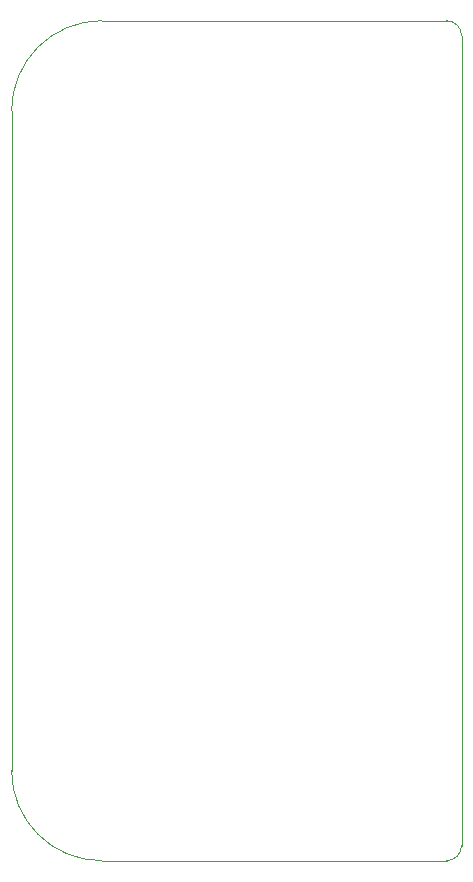
<source format=gbr>
%TF.GenerationSoftware,KiCad,Pcbnew,5.1.9-73d0e3b20d~88~ubuntu18.04.1*%
%TF.CreationDate,2021-09-13T22:15:05-04:00*%
%TF.ProjectId,adapter,61646170-7465-4722-9e6b-696361645f70,rev?*%
%TF.SameCoordinates,Original*%
%TF.FileFunction,Profile,NP*%
%FSLAX46Y46*%
G04 Gerber Fmt 4.6, Leading zero omitted, Abs format (unit mm)*
G04 Created by KiCad (PCBNEW 5.1.9-73d0e3b20d~88~ubuntu18.04.1) date 2021-09-13 22:15:05*
%MOMM*%
%LPD*%
G01*
G04 APERTURE LIST*
%TA.AperFunction,Profile*%
%ADD10C,0.050000*%
%TD*%
G04 APERTURE END LIST*
D10*
X83820000Y-63500000D02*
G75*
G02*
X91440000Y-55880000I7620000J0D01*
G01*
X91440000Y-127000000D02*
G75*
G02*
X83820000Y-119380000I0J7620000D01*
G01*
X121920000Y-125730000D02*
G75*
G02*
X120650000Y-127000000I-1270000J0D01*
G01*
X120650000Y-55880000D02*
G75*
G02*
X121920000Y-57150000I0J-1270000D01*
G01*
X91440000Y-127000000D02*
X120650000Y-127000000D01*
X91440000Y-55880000D02*
X120650000Y-55880000D01*
X121920000Y-125730000D02*
X121920000Y-57150000D01*
X83820000Y-63500000D02*
X83820000Y-119380000D01*
M02*

</source>
